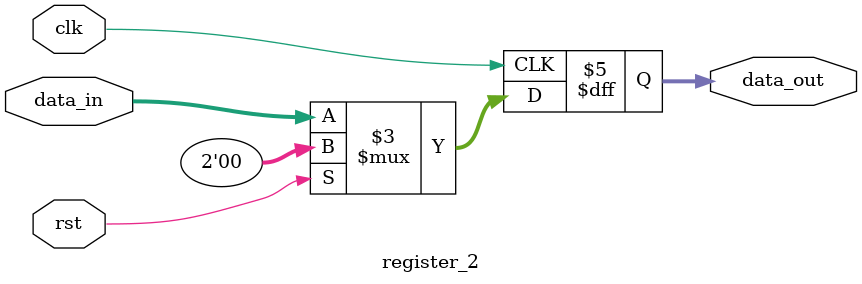
<source format=v>

module register_2 
(
input clk,
input rst,
input [1:0] data_in,
output reg [1:0] data_out);


always@(posedge clk)
begin 
    if(rst)
        data_out<=0;
    else
        data_out<=data_in;
end

endmodule



</source>
